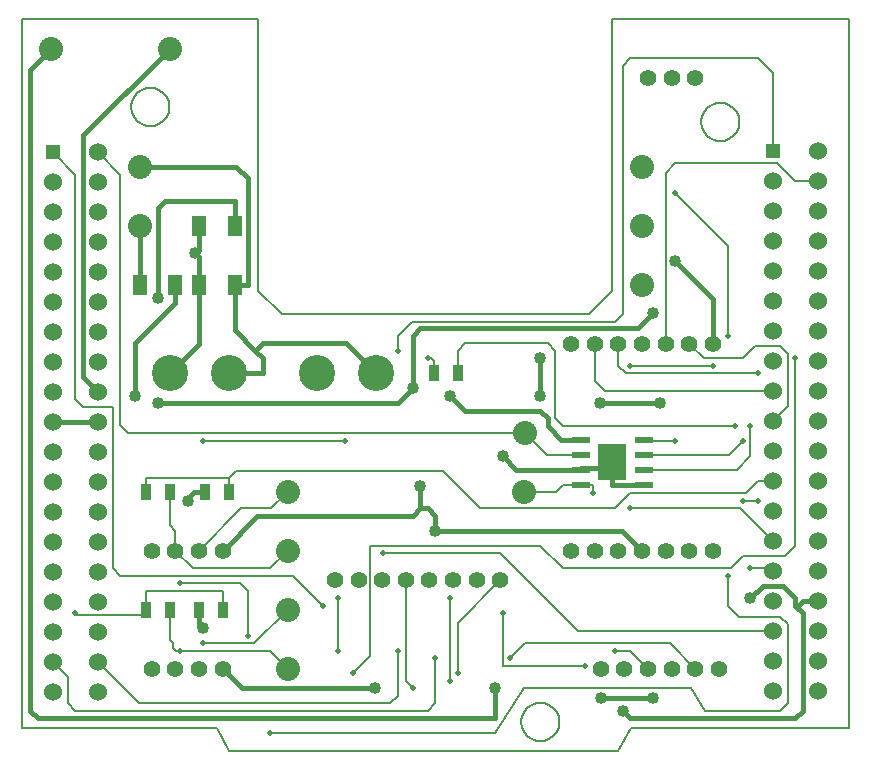
<source format=gbr>
G04 PROTEUS GERBER X2 FILE*
%TF.GenerationSoftware,Labcenter,Proteus,8.12-SP0-Build30713*%
%TF.CreationDate,2021-08-02T00:20:26+00:00*%
%TF.FileFunction,Copper,L1,Top*%
%TF.FilePolarity,Positive*%
%TF.Part,Single*%
%TF.SameCoordinates,{4cff7d1c-7656-49df-93de-6e2fb68f4e0e}*%
%FSLAX45Y45*%
%MOMM*%
G01*
%TA.AperFunction,Conductor*%
%ADD10C,0.381000*%
%ADD11C,0.203200*%
%TA.AperFunction,ViaPad*%
%ADD12C,1.016000*%
%ADD13C,0.508000*%
%TA.AperFunction,ComponentPad*%
%ADD14R,1.270000X1.270000*%
%ADD15C,1.524000*%
%TA.AperFunction,ComponentPad*%
%ADD16C,3.048000*%
%TA.AperFunction,SMDPad,CuDef*%
%ADD17R,1.549400X0.609600*%
%ADD18R,2.438400X3.149600*%
%TA.AperFunction,WasherPad*%
%ADD19C,1.397000*%
%TA.AperFunction,ComponentPad*%
%ADD70C,2.032000*%
%TA.AperFunction,SMDPad,CuDef*%
%ADD71R,1.143000X1.803400*%
%ADD20R,0.939800X1.447800*%
%TA.AperFunction,Profile*%
%ADD21C,0.203200*%
%TD.AperFunction*%
D10*
X+1800000Y+3750000D02*
X+1912500Y+3750000D01*
X+1912500Y+4651000D01*
X+1813500Y+4750000D01*
X+1000000Y+4750000D01*
X+3627000Y+2809500D02*
X+3754000Y+2682500D01*
X+4389000Y+2682500D01*
X+4452500Y+2619000D01*
X+4452500Y+2555500D01*
X+4567500Y+2440500D01*
X+4730000Y+2440500D01*
X+3000380Y+3000000D02*
X+2746380Y+3254000D01*
X+2039500Y+3254000D01*
X+1976000Y+3190500D01*
X+1800000Y+3750000D02*
X+1800000Y+3366500D01*
X+1976000Y+3190500D01*
X+2039500Y+3000000D02*
X+2039500Y+3127000D01*
X+1976000Y+3190500D01*
X+2039500Y+3000000D02*
X+1750380Y+3000000D01*
X+1150500Y+3635000D02*
X+1150500Y+4397000D01*
X+1214000Y+4460500D01*
X+1800000Y+4460500D01*
X+1800000Y+4250000D01*
X+250000Y+5750000D02*
X+71000Y+5571000D01*
X+71000Y+142500D01*
X+134500Y+79000D01*
X+4008000Y+79000D01*
X+4008000Y+333000D01*
X+3500000Y+1666500D02*
X+5083500Y+1666500D01*
X+5250000Y+1500000D01*
X+1700000Y+500000D02*
X+1867000Y+333000D01*
X+2992000Y+333000D01*
X+3309500Y+2873000D02*
X+3309500Y+3317500D01*
X+3373000Y+3381000D01*
X+5214500Y+3381000D01*
X+5341500Y+3508000D01*
X+641000Y+2844000D02*
X+515500Y+2969500D01*
X+515500Y+5015500D01*
X+1250000Y+5750000D01*
X+960000Y+2809500D02*
X+960000Y+3254000D01*
X+1300000Y+3594000D01*
X+1300000Y+3750000D01*
X+1150500Y+2746000D02*
X+3182500Y+2746000D01*
X+3309500Y+2873000D01*
X+3373000Y+1857000D02*
X+3436500Y+1857000D01*
X+3500000Y+1793500D01*
X+3500000Y+1666500D01*
X+3373000Y+2047500D02*
X+3373000Y+1857000D01*
X+1700000Y+1500000D02*
X+1993500Y+1793500D01*
X+3309500Y+1793500D01*
X+3373000Y+1857000D01*
D11*
X+5532000Y+2428500D02*
X+5270000Y+2428500D01*
X+5270000Y+2440500D01*
D10*
X+6548000Y+1031500D02*
X+6548000Y+1095000D01*
X+6442190Y+1200810D01*
X+6272810Y+1200810D01*
X+6167000Y+1095000D01*
X+6737000Y+1070000D02*
X+6611500Y+1070000D01*
X+6573000Y+1031500D01*
X+6548000Y+1031500D01*
X+5087500Y+142500D02*
X+5151000Y+79000D01*
X+6548000Y+79000D01*
X+6611500Y+142500D01*
X+6611500Y+968000D01*
X+6548000Y+1031500D01*
X+5405000Y+2746000D02*
X+4897000Y+2746000D01*
X+5000000Y+2197930D02*
X+5000000Y+2250000D01*
X+4730000Y+2186500D02*
X+4730000Y+2197930D01*
X+5000000Y+2197930D01*
X+5000000Y+2059500D01*
X+5270000Y+2059500D01*
X+1250000Y+3000000D02*
X+1500000Y+3250000D01*
X+1500000Y+3750000D01*
X+1499750Y+3750000D01*
X+1499750Y+3984250D01*
X+1468000Y+4016000D01*
X+1499750Y+4047750D01*
X+1499750Y+4250000D01*
X+1500000Y+4250000D01*
X+4730000Y+2186500D02*
X+4186500Y+2186500D01*
X+4071500Y+2301500D01*
X+1531500Y+841000D02*
X+1500000Y+872500D01*
X+1500000Y+1000000D01*
X+1404500Y+1920500D02*
X+1404500Y+1949201D01*
X+1455300Y+2000001D01*
X+1550000Y+2000001D01*
X+1550000Y+2000000D01*
X+1000000Y+4250000D02*
X+1000000Y+3750000D01*
X+641000Y+2590000D02*
X+260000Y+2590000D01*
X+4389000Y+2809500D02*
X+4389000Y+3127000D01*
D11*
X+1277500Y+714000D02*
X+1250000Y+741500D01*
X+1250000Y+1000000D01*
X+1341000Y+650500D02*
X+2099500Y+650500D01*
X+2250000Y+500000D01*
X+1277500Y+714000D02*
X+1277500Y+675900D01*
X+1302900Y+650500D01*
X+1341000Y+650500D01*
X+2250000Y+1000000D02*
X+1964000Y+714000D01*
X+1531500Y+714000D01*
X+1341000Y+1222000D02*
X+1849000Y+1222000D01*
X+1912500Y+1158500D01*
X+1912500Y+777500D01*
X+3690500Y+460000D02*
X+3690500Y+890500D01*
X+4050000Y+1250000D01*
X+3627000Y+1095000D02*
X+3627000Y+396500D01*
X+3309500Y+333000D02*
X+3250000Y+392500D01*
X+3250000Y+1250000D01*
X+2674500Y+1095000D02*
X+2674500Y+650500D01*
X+5849500Y+3063500D02*
X+5151000Y+3063500D01*
X+5532000Y+4524000D02*
X+5976500Y+4079500D01*
X+5976500Y+3317500D01*
X+6040000Y+2555500D02*
X+4579500Y+2555500D01*
X+4516000Y+2619000D01*
X+4516000Y+3190500D01*
X+4452500Y+3254000D01*
X+3754000Y+3254000D01*
X+3690500Y+3190500D01*
X+3690500Y+3000000D01*
X+1300000Y+1500000D02*
X+1300000Y+1666500D01*
X+1250000Y+1716500D01*
X+1250000Y+2000000D01*
X+1300000Y+1500000D02*
X+1451000Y+1349000D01*
X+2099000Y+1349000D01*
X+2250000Y+1500000D01*
X+2250000Y+2000000D02*
X+2107000Y+1857000D01*
X+1857000Y+1857000D01*
X+1500000Y+1500000D01*
X+2738000Y+2428500D02*
X+1531500Y+2428500D01*
X+3055500Y+1476000D02*
X+4046500Y+1476000D01*
X+4706500Y+816000D01*
X+6356000Y+816000D01*
X+6103500Y+2428500D02*
X+5988500Y+2313500D01*
X+5270000Y+2313500D01*
X+6167000Y+2555500D02*
X+6167000Y+2301500D01*
X+6052000Y+2186500D01*
X+5270000Y+2186500D01*
X+1750000Y+2111000D02*
X+1813500Y+2174500D01*
X+3563500Y+2174500D01*
X+3881000Y+1857000D01*
X+5024000Y+1857000D01*
X+5151000Y+1984000D01*
X+6128500Y+1984000D01*
X+6230500Y+2086000D01*
X+6356000Y+2086000D01*
X+1750000Y+2111000D02*
X+1050000Y+2111000D01*
X+1050000Y+2000000D01*
X+1750000Y+2111000D02*
X+1750000Y+2000000D01*
X+4730000Y+2059500D02*
X+4579500Y+2059500D01*
X+4520000Y+2000000D01*
X+4250000Y+2000000D01*
X+4730000Y+2059500D02*
X+4833500Y+2059500D01*
X+4833500Y+1984000D01*
X+6548000Y+3127000D02*
X+6548000Y+1539500D01*
X+6459500Y+1451000D01*
X+6103500Y+1451000D01*
X+6001500Y+1349000D01*
X+4579500Y+1349000D01*
X+4389000Y+1539500D01*
X+2950000Y+1539500D01*
X+2950000Y+608500D01*
X+2801500Y+460000D01*
X+4770000Y+523500D02*
X+4071500Y+523500D01*
X+4071500Y+968000D01*
X+5300000Y+500000D02*
X+5149500Y+650500D01*
X+5024000Y+650500D01*
X+5700000Y+500000D02*
X+5486000Y+714000D01*
X+4262000Y+714000D01*
X+4135000Y+587000D01*
X+5151000Y+1857000D02*
X+6077000Y+1857000D01*
X+6356000Y+1578000D01*
X+6167000Y+1349000D02*
X+6331000Y+1349000D01*
X+6356000Y+1324000D01*
X+5050000Y+3250000D02*
X+5050000Y+3063500D01*
X+5113500Y+3000000D01*
X+6230500Y+3000000D01*
X+4850000Y+3250000D02*
X+4850000Y+2936500D01*
X+4938500Y+2848000D01*
X+6356000Y+2848000D01*
X+3182500Y+650500D02*
X+3182500Y+269500D01*
X+3119000Y+206000D01*
X+993000Y+206000D01*
X+641000Y+558000D01*
X+2547500Y+1031500D02*
X+2293500Y+1285500D01*
X+833000Y+1285500D01*
X+769500Y+1349000D01*
X+769500Y+2717000D01*
X+515500Y+2717000D01*
X+452000Y+2780500D01*
X+452000Y+4684000D01*
X+260000Y+4876000D01*
X+4262000Y+2500000D02*
X+896500Y+2500000D01*
X+833000Y+2563500D01*
X+833000Y+4684000D01*
X+641000Y+4876000D01*
X+4262000Y+2500000D02*
X+4448500Y+2313500D01*
X+4730000Y+2313500D01*
X+3436500Y+3127000D02*
X+3465100Y+3127000D01*
X+3490500Y+3101600D01*
X+3490500Y+3000000D01*
X+3500000Y+587000D02*
X+3500000Y+206000D01*
X+3436500Y+142500D01*
X+452000Y+142500D01*
X+388500Y+206000D01*
X+388500Y+429500D01*
X+260000Y+558000D01*
X+6737000Y+4626000D02*
X+6548000Y+4626000D01*
X+6396000Y+4778000D01*
X+5532000Y+4778000D01*
X+5450000Y+4696000D01*
X+5450000Y+3250000D01*
X+5650000Y+3250000D02*
X+5773000Y+3127000D01*
X+6103500Y+3127000D01*
X+6205500Y+3229000D01*
X+6421000Y+3229000D01*
X+6484500Y+3165500D01*
X+6484500Y+2722500D01*
X+6356000Y+2594000D01*
D10*
X+5532000Y+3952500D02*
X+5850000Y+3634500D01*
X+5850000Y+3250000D01*
D11*
X+1050000Y+1000000D02*
X+1050000Y+954240D01*
X+465760Y+954240D01*
X+452000Y+968000D01*
X+3182500Y+3190500D02*
X+3182500Y+3317500D01*
X+3301055Y+3436055D01*
X+5024000Y+3436055D01*
X+5087500Y+3499555D01*
X+5087500Y+5603500D01*
X+5151000Y+5667000D01*
X+6230500Y+5667000D01*
X+6356000Y+5541500D01*
X+6356000Y+4880000D01*
X+1050000Y+1000000D02*
X+1050000Y+1158500D01*
X+1700000Y+1158500D01*
X+1700000Y+1000000D01*
X+6230500Y+1920500D02*
X+6103500Y+1920500D01*
X+5976500Y+1285500D02*
X+5976500Y+1031500D01*
X+6068810Y+939190D01*
X+6421000Y+939190D01*
X+6484500Y+875690D01*
X+6484500Y+206000D01*
X+6421000Y+142500D01*
X+5786000Y+142500D01*
X+5667000Y+333000D01*
X+4250000Y+333000D01*
X+4008000Y-48000D01*
X+2103000Y-48000D01*
D10*
X+5341901Y+254324D02*
X+4903782Y+254324D01*
X+4882572Y+233114D01*
D12*
X+3627000Y+2809500D03*
X+1150500Y+3635000D03*
X+4008000Y+333000D03*
X+2992000Y+333000D03*
X+5341500Y+3508000D03*
X+960000Y+2809500D03*
X+3500000Y+1666500D03*
X+3373000Y+2047500D03*
X+3309500Y+2873000D03*
X+1150500Y+2746000D03*
D13*
X+5532000Y+2428500D03*
D12*
X+6167000Y+1095000D03*
X+5087500Y+142500D03*
X+4897000Y+2746000D03*
X+5405000Y+2746000D03*
X+4071500Y+2301500D03*
X+1468000Y+4016000D03*
X+1531500Y+841000D03*
X+4389000Y+3127000D03*
X+1404500Y+1920500D03*
X+4389000Y+2809500D03*
D13*
X+1341000Y+650500D03*
X+1531500Y+714000D03*
X+1912500Y+777500D03*
X+1341000Y+1222000D03*
X+3690500Y+460000D03*
X+3627000Y+396500D03*
X+3627000Y+1095000D03*
X+3309500Y+333000D03*
X+2674500Y+650500D03*
X+2674500Y+1095000D03*
X+5151000Y+3063500D03*
X+5849500Y+3063500D03*
X+5976500Y+3317500D03*
X+5532000Y+4524000D03*
X+6040000Y+2555500D03*
X+1531500Y+2428500D03*
X+2738000Y+2428500D03*
X+3055500Y+1476000D03*
X+6103500Y+2428500D03*
X+6167000Y+2555500D03*
X+4833500Y+1984000D03*
X+2801500Y+460000D03*
X+6548000Y+3127000D03*
X+4071500Y+968000D03*
X+4770000Y+523500D03*
X+5024000Y+650500D03*
X+4135000Y+587000D03*
X+5151000Y+1857000D03*
X+6167000Y+1349000D03*
X+6230500Y+3000000D03*
X+3182500Y+650500D03*
X+2547500Y+1031500D03*
X+3436500Y+3127000D03*
X+3500000Y+587000D03*
D12*
X+5532000Y+3952500D03*
D13*
X+452000Y+968000D03*
X+3182500Y+3190500D03*
X+6230500Y+1920500D03*
X+6103500Y+1920500D03*
X+5976500Y+1285500D03*
X+2103000Y-48000D03*
D12*
X+5341901Y+254324D03*
X+4903782Y+254324D03*
D14*
X+260000Y+4876000D03*
D15*
X+641000Y+4876000D03*
X+260000Y+4622000D03*
X+641000Y+4622000D03*
X+260000Y+4368000D03*
X+641000Y+4368000D03*
X+260000Y+4114000D03*
X+641000Y+4114000D03*
X+260000Y+3860000D03*
X+641000Y+3860000D03*
X+260000Y+3606000D03*
X+641000Y+3606000D03*
X+260000Y+3352000D03*
X+641000Y+3352000D03*
X+260000Y+3098000D03*
X+641000Y+3098000D03*
X+260000Y+2844000D03*
X+641000Y+2844000D03*
X+260000Y+2590000D03*
X+641000Y+2590000D03*
X+260000Y+2336000D03*
X+641000Y+2336000D03*
X+260000Y+2082000D03*
X+641000Y+2082000D03*
X+260000Y+1828000D03*
X+641000Y+1828000D03*
X+260000Y+1574000D03*
X+641000Y+1574000D03*
X+260000Y+1320000D03*
X+641000Y+1320000D03*
X+260000Y+1066000D03*
X+641000Y+1066000D03*
X+260000Y+812000D03*
X+641000Y+812000D03*
X+260000Y+558000D03*
X+641000Y+558000D03*
X+260000Y+304000D03*
X+641000Y+304000D03*
D14*
X+6356000Y+4880000D03*
D15*
X+6737000Y+4880000D03*
X+6356000Y+4626000D03*
X+6737000Y+4626000D03*
X+6356000Y+4372000D03*
X+6737000Y+4372000D03*
X+6356000Y+4118000D03*
X+6737000Y+4118000D03*
X+6356000Y+3864000D03*
X+6737000Y+3864000D03*
X+6356000Y+3610000D03*
X+6737000Y+3610000D03*
X+6356000Y+3356000D03*
X+6737000Y+3356000D03*
X+6356000Y+3102000D03*
X+6737000Y+3102000D03*
X+6356000Y+2848000D03*
X+6737000Y+2848000D03*
X+6356000Y+2594000D03*
X+6737000Y+2594000D03*
X+6356000Y+2340000D03*
X+6737000Y+2340000D03*
X+6356000Y+2086000D03*
X+6737000Y+2086000D03*
X+6356000Y+1832000D03*
X+6737000Y+1832000D03*
X+6356000Y+1578000D03*
X+6737000Y+1578000D03*
X+6356000Y+1324000D03*
X+6737000Y+1324000D03*
X+6356000Y+1070000D03*
X+6737000Y+1070000D03*
X+6356000Y+816000D03*
X+6737000Y+816000D03*
X+6356000Y+562000D03*
X+6737000Y+562000D03*
X+6356000Y+308000D03*
X+6737000Y+308000D03*
D16*
X+1250000Y+3000000D03*
X+1750380Y+3000000D03*
X+2500000Y+3000000D03*
X+3000380Y+3000000D03*
D17*
X+5270000Y+2059500D03*
X+5270000Y+2186500D03*
X+5270000Y+2313500D03*
X+5270000Y+2440500D03*
X+4730000Y+2440500D03*
X+4730000Y+2313500D03*
X+4730000Y+2186500D03*
X+4730000Y+2059500D03*
D18*
X+5000000Y+2250000D03*
D19*
X+5900000Y+500000D03*
X+5700000Y+500000D03*
X+5500000Y+500000D03*
X+5300000Y+500000D03*
X+5100000Y+500000D03*
X+4900000Y+500000D03*
X+5850000Y+1500000D03*
X+5650000Y+1500000D03*
X+5450000Y+1500000D03*
X+5250000Y+1500000D03*
X+5050000Y+1500000D03*
X+4850000Y+1500000D03*
X+4650000Y+1500000D03*
X+5850000Y+3250000D03*
X+5650000Y+3250000D03*
X+5450000Y+3250000D03*
X+5250000Y+3250000D03*
X+5050000Y+3250000D03*
X+4850000Y+3250000D03*
X+4650000Y+3250000D03*
X+1700000Y+1500000D03*
X+1500000Y+1500000D03*
X+1300000Y+1500000D03*
X+1100000Y+1500000D03*
X+1700000Y+500000D03*
X+1500000Y+500000D03*
X+1300000Y+500000D03*
X+1100000Y+500000D03*
X+4050000Y+1250000D03*
X+3850000Y+1250000D03*
X+3650000Y+1250000D03*
X+3450000Y+1250000D03*
X+3250000Y+1250000D03*
X+3050000Y+1250000D03*
X+2850000Y+1250000D03*
X+2650000Y+1250000D03*
X+5700000Y+5500000D03*
X+5500000Y+5500000D03*
X+5300000Y+5500000D03*
D70*
X+250000Y+5750000D03*
X+1250000Y+5750000D03*
X+1000000Y+4750000D03*
X+1000000Y+4250000D03*
X+2250000Y+2000000D03*
X+2250000Y+1500000D03*
X+2250000Y+1000000D03*
X+2250000Y+500000D03*
X+4262000Y+2500000D03*
X+4250000Y+2000000D03*
X+5250000Y+4750000D03*
X+5250000Y+4250000D03*
X+5250000Y+3750000D03*
D71*
X+1500000Y+4250000D03*
X+1800000Y+4250000D03*
X+1000000Y+3750000D03*
X+1300000Y+3750000D03*
X+1500000Y+3750000D03*
X+1800000Y+3750000D03*
D20*
X+1050000Y+1000000D03*
X+1250000Y+1000000D03*
X+1500000Y+1000000D03*
X+1700000Y+1000000D03*
X+3490500Y+3000000D03*
X+3690500Y+3000000D03*
X+1050000Y+2000000D03*
X+1250000Y+2000000D03*
X+1550000Y+2000000D03*
X+1750000Y+2000000D03*
D21*
X+0Y+0D02*
X+1650000Y+0D01*
X+7000000Y+0D02*
X+7000000Y+6000000D01*
X+5000000Y+6000000D01*
X+5000000Y+3700000D01*
X+4800000Y+3500000D01*
X+2200000Y+3500000D01*
X+2000000Y+3700000D02*
X+2000000Y+6000000D01*
X+0Y+6000000D01*
X+0Y+0D01*
X+2000000Y+3700000D02*
X+2200000Y+3500000D01*
X+5160000Y+0D02*
X+7000000Y+0D01*
X+1750000Y-200000D02*
X+5050000Y-200000D01*
X+1650000Y+0D02*
X+1750000Y-200000D01*
X+5160000Y+0D02*
X+5050000Y-200000D01*
X+4550045Y+50000D02*
X+4549508Y+63142D01*
X+4545144Y+89427D01*
X+4536029Y+115712D01*
X+4521182Y+141997D01*
X+4498470Y+168118D01*
X+4472185Y+187898D01*
X+4445900Y+200658D01*
X+4419615Y+208108D01*
X+4393330Y+210987D01*
X+4389000Y+211045D01*
X+4227955Y+50000D02*
X+4228492Y+63142D01*
X+4232856Y+89427D01*
X+4241971Y+115712D01*
X+4256818Y+141997D01*
X+4279530Y+168118D01*
X+4305815Y+187898D01*
X+4332100Y+200658D01*
X+4358385Y+208108D01*
X+4384670Y+210987D01*
X+4389000Y+211045D01*
X+4227955Y+50000D02*
X+4228492Y+36858D01*
X+4232856Y+10573D01*
X+4241971Y-15712D01*
X+4256818Y-41997D01*
X+4279530Y-68118D01*
X+4305815Y-87898D01*
X+4332100Y-100658D01*
X+4358385Y-108108D01*
X+4384670Y-110987D01*
X+4389000Y-111045D01*
X+4550045Y+50000D02*
X+4549508Y+36858D01*
X+4545144Y+10573D01*
X+4536029Y-15712D01*
X+4521182Y-41997D01*
X+4498470Y-68118D01*
X+4472185Y-87898D01*
X+4445900Y-100658D01*
X+4419615Y-108108D01*
X+4393330Y-110987D01*
X+4389000Y-111045D01*
X+6074045Y+5130000D02*
X+6073508Y+5143142D01*
X+6069144Y+5169427D01*
X+6060029Y+5195712D01*
X+6045182Y+5221997D01*
X+6022470Y+5248118D01*
X+5996185Y+5267898D01*
X+5969900Y+5280658D01*
X+5943615Y+5288108D01*
X+5917330Y+5290987D01*
X+5913000Y+5291045D01*
X+5751955Y+5130000D02*
X+5752492Y+5143142D01*
X+5756856Y+5169427D01*
X+5765971Y+5195712D01*
X+5780818Y+5221997D01*
X+5803530Y+5248118D01*
X+5829815Y+5267898D01*
X+5856100Y+5280658D01*
X+5882385Y+5288108D01*
X+5908670Y+5290987D01*
X+5913000Y+5291045D01*
X+5751955Y+5130000D02*
X+5752492Y+5116858D01*
X+5756856Y+5090573D01*
X+5765971Y+5064288D01*
X+5780818Y+5038003D01*
X+5803530Y+5011882D01*
X+5829815Y+4992102D01*
X+5856100Y+4979342D01*
X+5882385Y+4971892D01*
X+5908670Y+4969013D01*
X+5913000Y+4968955D01*
X+6074045Y+5130000D02*
X+6073508Y+5116858D01*
X+6069144Y+5090573D01*
X+6060029Y+5064288D01*
X+6045182Y+5038003D01*
X+6022470Y+5011882D01*
X+5996185Y+4992102D01*
X+5969900Y+4979342D01*
X+5943615Y+4971892D01*
X+5917330Y+4969013D01*
X+5913000Y+4968955D01*
X+1248045Y+5257000D02*
X+1247508Y+5270142D01*
X+1243144Y+5296427D01*
X+1234029Y+5322712D01*
X+1219182Y+5348997D01*
X+1196470Y+5375118D01*
X+1170185Y+5394898D01*
X+1143900Y+5407658D01*
X+1117615Y+5415108D01*
X+1091330Y+5417987D01*
X+1087000Y+5418045D01*
X+925955Y+5257000D02*
X+926492Y+5270142D01*
X+930856Y+5296427D01*
X+939971Y+5322712D01*
X+954818Y+5348997D01*
X+977530Y+5375118D01*
X+1003815Y+5394898D01*
X+1030100Y+5407658D01*
X+1056385Y+5415108D01*
X+1082670Y+5417987D01*
X+1087000Y+5418045D01*
X+925955Y+5257000D02*
X+926492Y+5243858D01*
X+930856Y+5217573D01*
X+939971Y+5191288D01*
X+954818Y+5165003D01*
X+977530Y+5138882D01*
X+1003815Y+5119102D01*
X+1030100Y+5106342D01*
X+1056385Y+5098892D01*
X+1082670Y+5096013D01*
X+1087000Y+5095955D01*
X+1248045Y+5257000D02*
X+1247508Y+5243858D01*
X+1243144Y+5217573D01*
X+1234029Y+5191288D01*
X+1219182Y+5165003D01*
X+1196470Y+5138882D01*
X+1170185Y+5119102D01*
X+1143900Y+5106342D01*
X+1117615Y+5098892D01*
X+1091330Y+5096013D01*
X+1087000Y+5095955D01*
M02*

</source>
